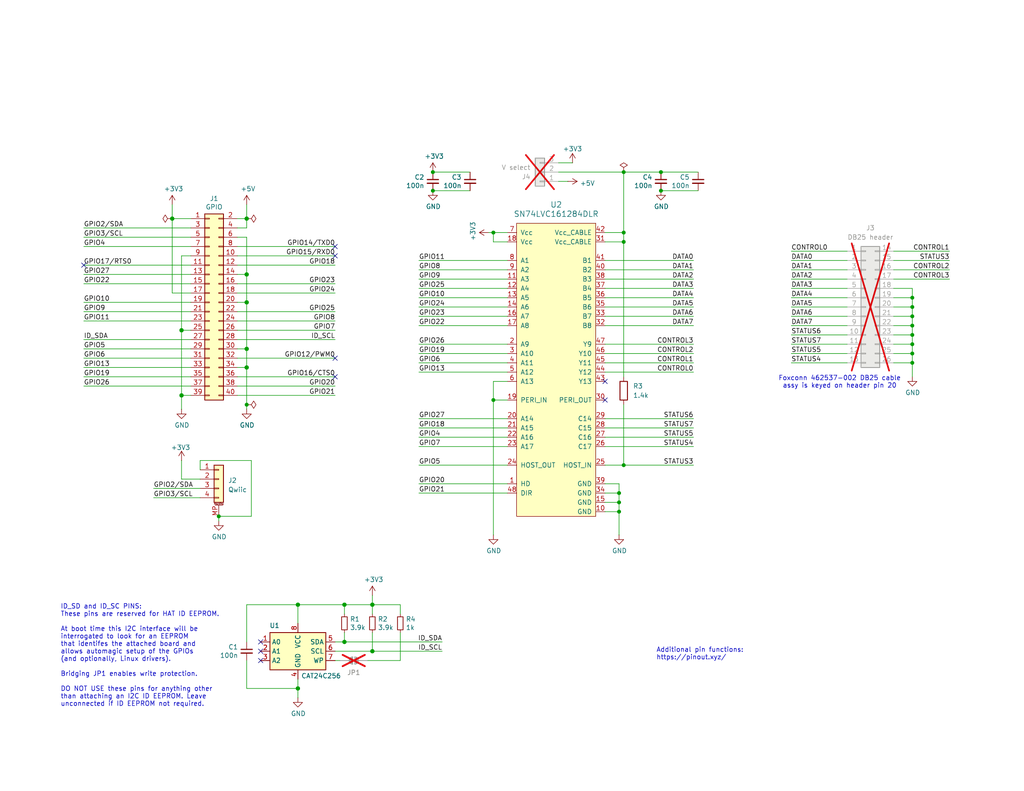
<source format=kicad_sch>
(kicad_sch (version 20231120) (generator "eeschema") (generator_version "8.0")
  (paper "USLetter")
  (title_block (title "IEEE Std 1284 HAT+") (date "2024-08-25") (rev "v5") (company "WorlickWerx") (comment 1 "CERN-OHL-1.2"))
  (lib_symbols
    (symbol "Connector_Generic:Conn_01x03" (pin_names (offset 1.016) hide)
      (property "Reference" "J" (at 0 5.08 0))
      (property "Value" "Conn_01x03" (at 0 -5.08 0))
      (symbol "Conn_01x03_1_1"
        (rectangle (start -1.27 -2.413) (end 0 -2.667) (stroke (width 0.1524)))
        (rectangle (start -1.27 0.127) (end 0 -0.127) (stroke (width 0.1524)))
        (rectangle (start -1.27 2.667) (end 0 2.413) (stroke (width 0.1524)))
        (rectangle (start -1.27 3.81) (end 1.27 -3.81) (stroke (width 0.254)) (fill (type background)))
        (pin passive line (at -5.08 2.54 0) (length 3.81) (name "Pin_1") (number "1"))
        (pin passive line (at -5.08 0 0) (length 3.81) (name "Pin_2") (number "2"))
        (pin passive line (at -5.08 -2.54 0) (length 3.81) (name "Pin_3") (number "3"))
      )
    )
    (symbol "Connector_Generic:Conn_02x13_Top_Bottom" (pin_names (offset 1.016) hide)
      (property "Reference" "J" (at 1.27 17.78 0))
      (property "Value" "Conn_02x13_Top_Bottom" (at 1.27 -17.78 0))
      (symbol "Conn_02x13_Top_Bottom_1_1"
        (rectangle (start -1.27 -15.113) (end 0 -15.367) (stroke (width 0.1524)))
        (rectangle (start -1.27 -12.573) (end 0 -12.827) (stroke (width 0.1524)))
        (rectangle (start -1.27 -10.033) (end 0 -10.287) (stroke (width 0.1524)))
        (rectangle (start -1.27 -7.493) (end 0 -7.747) (stroke (width 0.1524)))
        (rectangle (start -1.27 -4.953) (end 0 -5.207) (stroke (width 0.1524)))
        (rectangle (start -1.27 -2.413) (end 0 -2.667) (stroke (width 0.1524)))
        (rectangle (start -1.27 0.127) (end 0 -0.127) (stroke (width 0.1524)))
        (rectangle (start -1.27 2.667) (end 0 2.413) (stroke (width 0.1524)))
        (rectangle (start -1.27 5.207) (end 0 4.953) (stroke (width 0.1524)))
        (rectangle (start -1.27 7.747) (end 0 7.493) (stroke (width 0.1524)))
        (rectangle (start -1.27 10.287) (end 0 10.033) (stroke (width 0.1524)))
        (rectangle (start -1.27 12.827) (end 0 12.573) (stroke (width 0.1524)))
        (rectangle (start -1.27 15.367) (end 0 15.113) (stroke (width 0.1524)))
        (rectangle (start -1.27 16.51) (end 3.81 -16.51) (stroke (width 0.254)) (fill (type background)))
        (rectangle (start 3.81 -15.113) (end 2.54 -15.367) (stroke (width 0.1524)))
        (rectangle (start 3.81 -12.573) (end 2.54 -12.827) (stroke (width 0.1524)))
        (rectangle (start 3.81 -10.033) (end 2.54 -10.287) (stroke (width 0.1524)))
        (rectangle (start 3.81 -7.493) (end 2.54 -7.747) (stroke (width 0.1524)))
        (rectangle (start 3.81 -4.953) (end 2.54 -5.207) (stroke (width 0.1524)))
        (rectangle (start 3.81 -2.413) (end 2.54 -2.667) (stroke (width 0.1524)))
        (rectangle (start 3.81 0.127) (end 2.54 -0.127) (stroke (width 0.1524)))
        (rectangle (start 3.81 2.667) (end 2.54 2.413) (stroke (width 0.1524)))
        (rectangle (start 3.81 5.207) (end 2.54 4.953) (stroke (width 0.1524)))
        (rectangle (start 3.81 7.747) (end 2.54 7.493) (stroke (width 0.1524)))
        (rectangle (start 3.81 10.287) (end 2.54 10.033) (stroke (width 0.1524)))
        (rectangle (start 3.81 12.827) (end 2.54 12.573) (stroke (width 0.1524)))
        (rectangle (start 3.81 15.367) (end 2.54 15.113) (stroke (width 0.1524)))
        (pin passive line (at -5.08 15.24 0) (length 3.81) (name "Pin_1") (number "1"))
        (pin passive line (at -5.08 -7.62 0) (length 3.81) (name "Pin_10") (number "10"))
        (pin passive line (at -5.08 -10.16 0) (length 3.81) (name "Pin_11") (number "11"))
        (pin passive line (at -5.08 -12.7 0) (length 3.81) (name "Pin_12") (number "12"))
        (pin passive line (at -5.08 -15.24 0) (length 3.81) (name "Pin_13") (number "13"))
        (pin passive line (at 7.62 15.24 180) (length 3.81) (name "Pin_14") (number "14"))
        (pin passive line (at 7.62 12.7 180) (length 3.81) (name "Pin_15") (number "15"))
        (pin passive line (at 7.62 10.16 180) (length 3.81) (name "Pin_16") (number "16"))
        (pin passive line (at 7.62 7.62 180) (length 3.81) (name "Pin_17") (number "17"))
        (pin passive line (at 7.62 5.08 180) (length 3.81) (name "Pin_18") (number "18"))
        (pin passive line (at 7.62 2.54 180) (length 3.81) (name "Pin_19") (number "19"))
        (pin passive line (at -5.08 12.7 0) (length 3.81) (name "Pin_2") (number "2"))
        (pin passive line (at 7.62 0 180) (length 3.81) (name "Pin_20") (number "20"))
        (pin passive line (at 7.62 -2.54 180) (length 3.81) (name "Pin_21") (number "21"))
        (pin passive line (at 7.62 -5.08 180) (length 3.81) (name "Pin_22") (number "22"))
        (pin passive line (at 7.62 -7.62 180) (length 3.81) (name "Pin_23") (number "23"))
        (pin passive line (at 7.62 -10.16 180) (length 3.81) (name "Pin_24") (number "24"))
        (pin passive line (at 7.62 -12.7 180) (length 3.81) (name "Pin_25") (number "25"))
        (pin passive line (at 7.62 -15.24 180) (length 3.81) (name "Pin_26") (number "26"))
        (pin passive line (at -5.08 10.16 0) (length 3.81) (name "Pin_3") (number "3"))
        (pin passive line (at -5.08 7.62 0) (length 3.81) (name "Pin_4") (number "4"))
        (pin passive line (at -5.08 5.08 0) (length 3.81) (name "Pin_5") (number "5"))
        (pin passive line (at -5.08 2.54 0) (length 3.81) (name "Pin_6") (number "6"))
        (pin passive line (at -5.08 0 0) (length 3.81) (name "Pin_7") (number "7"))
        (pin passive line (at -5.08 -2.54 0) (length 3.81) (name "Pin_8") (number "8"))
        (pin passive line (at -5.08 -5.08 0) (length 3.81) (name "Pin_9") (number "9"))
      )
    )
    (symbol "Connector_Generic:Conn_02x20_Odd_Even" (pin_names (offset 1.016) hide)
      (property "Reference" "J" (at 1.27 25.4 0))
      (property "Value" "Conn_02x20_Odd_Even" (at 1.27 -27.94 0))
      (symbol "Conn_02x20_Odd_Even_1_1"
        (rectangle (start -1.27 -25.273) (end 0 -25.527) (stroke (width 0.1524)))
        (rectangle (start -1.27 -22.733) (end 0 -22.987) (stroke (width 0.1524)))
        (rectangle (start -1.27 -20.193) (end 0 -20.447) (stroke (width 0.1524)))
        (rectangle (start -1.27 -17.653) (end 0 -17.907) (stroke (width 0.1524)))
        (rectangle (start -1.27 -15.113) (end 0 -15.367) (stroke (width 0.1524)))
        (rectangle (start -1.27 -12.573) (end 0 -12.827) (stroke (width 0.1524)))
        (rectangle (start -1.27 -10.033) (end 0 -10.287) (stroke (width 0.1524)))
        (rectangle (start -1.27 -7.493) (end 0 -7.747) (stroke (width 0.1524)))
        (rectangle (start -1.27 -4.953) (end 0 -5.207) (stroke (width 0.1524)))
        (rectangle (start -1.27 -2.413) (end 0 -2.667) (stroke (width 0.1524)))
        (rectangle (start -1.27 0.127) (end 0 -0.127) (stroke (width 0.1524)))
        (rectangle (start -1.27 2.667) (end 0 2.413) (stroke (width 0.1524)))
        (rectangle (start -1.27 5.207) (end 0 4.953) (stroke (width 0.1524)))
        (rectangle (start -1.27 7.747) (end 0 7.493) (stroke (width 0.1524)))
        (rectangle (start -1.27 10.287) (end 0 10.033) (stroke (width 0.1524)))
        (rectangle (start -1.27 12.827) (end 0 12.573) (stroke (width 0.1524)))
        (rectangle (start -1.27 15.367) (end 0 15.113) (stroke (width 0.1524)))
        (rectangle (start -1.27 17.907) (end 0 17.653) (stroke (width 0.1524)))
        (rectangle (start -1.27 20.447) (end 0 20.193) (stroke (width 0.1524)))
        (rectangle (start -1.27 22.987) (end 0 22.733) (stroke (width 0.1524)))
        (rectangle (start -1.27 24.13) (end 3.81 -26.67) (stroke (width 0.254)) (fill (type background)))
        (rectangle (start 3.81 -25.273) (end 2.54 -25.527) (stroke (width 0.1524)))
        (rectangle (start 3.81 -22.733) (end 2.54 -22.987) (stroke (width 0.1524)))
        (rectangle (start 3.81 -20.193) (end 2.54 -20.447) (stroke (width 0.1524)))
        (rectangle (start 3.81 -17.653) (end 2.54 -17.907) (stroke (width 0.1524)))
        (rectangle (start 3.81 -15.113) (end 2.54 -15.367) (stroke (width 0.1524)))
        (rectangle (start 3.81 -12.573) (end 2.54 -12.827) (stroke (width 0.1524)))
        (rectangle (start 3.81 -10.033) (end 2.54 -10.287) (stroke (width 0.1524)))
        (rectangle (start 3.81 -7.493) (end 2.54 -7.747) (stroke (width 0.1524)))
        (rectangle (start 3.81 -4.953) (end 2.54 -5.207) (stroke (width 0.1524)))
        (rectangle (start 3.81 -2.413) (end 2.54 -2.667) (stroke (width 0.1524)))
        (rectangle (start 3.81 0.127) (end 2.54 -0.127) (stroke (width 0.1524)))
        (rectangle (start 3.81 2.667) (end 2.54 2.413) (stroke (width 0.1524)))
        (rectangle (start 3.81 5.207) (end 2.54 4.953) (stroke (width 0.1524)))
        (rectangle (start 3.81 7.747) (end 2.54 7.493) (stroke (width 0.1524)))
        (rectangle (start 3.81 10.287) (end 2.54 10.033) (stroke (width 0.1524)))
        (rectangle (start 3.81 12.827) (end 2.54 12.573) (stroke (width 0.1524)))
        (rectangle (start 3.81 15.367) (end 2.54 15.113) (stroke (width 0.1524)))
        (rectangle (start 3.81 17.907) (end 2.54 17.653) (stroke (width 0.1524)))
        (rectangle (start 3.81 20.447) (end 2.54 20.193) (stroke (width 0.1524)))
        (rectangle (start 3.81 22.987) (end 2.54 22.733) (stroke (width 0.1524)))
        (pin passive line (at -5.08 22.86 0) (length 3.81) (name "Pin_1") (number "1"))
        (pin passive line (at 7.62 12.7 180) (length 3.81) (name "Pin_10") (number "10"))
        (pin passive line (at -5.08 10.16 0) (length 3.81) (name "Pin_11") (number "11"))
        (pin passive line (at 7.62 10.16 180) (length 3.81) (name "Pin_12") (number "12"))
        (pin passive line (at -5.08 7.62 0) (length 3.81) (name "Pin_13") (number "13"))
        (pin passive line (at 7.62 7.62 180) (length 3.81) (name "Pin_14") (number "14"))
        (pin passive line (at -5.08 5.08 0) (length 3.81) (name "Pin_15") (number "15"))
        (pin passive line (at 7.62 5.08 180) (length 3.81) (name "Pin_16") (number "16"))
        (pin passive line (at -5.08 2.54 0) (length 3.81) (name "Pin_17") (number "17"))
        (pin passive line (at 7.62 2.54 180) (length 3.81) (name "Pin_18") (number "18"))
        (pin passive line (at -5.08 0 0) (length 3.81) (name "Pin_19") (number "19"))
        (pin passive line (at 7.62 22.86 180) (length 3.81) (name "Pin_2") (number "2"))
        (pin passive line (at 7.62 0 180) (length 3.81) (name "Pin_20") (number "20"))
        (pin passive line (at -5.08 -2.54 0) (length 3.81) (name "Pin_21") (number "21"))
        (pin passive line (at 7.62 -2.54 180) (length 3.81) (name "Pin_22") (number "22"))
        (pin passive line (at -5.08 -5.08 0) (length 3.81) (name "Pin_23") (number "23"))
        (pin passive line (at 7.62 -5.08 180) (length 3.81) (name "Pin_24") (number "24"))
        (pin passive line (at -5.08 -7.62 0) (length 3.81) (name "Pin_25") (number "25"))
        (pin passive line (at 7.62 -7.62 180) (length 3.81) (name "Pin_26") (number "26"))
        (pin passive line (at -5.08 -10.16 0) (length 3.81) (name "Pin_27") (number "27"))
        (pin passive line (at 7.62 -10.16 180) (length 3.81) (name "Pin_28") (number "28"))
        (pin passive line (at -5.08 -12.7 0) (length 3.81) (name "Pin_29") (number "29"))
        (pin passive line (at -5.08 20.32 0) (length 3.81) (name "Pin_3") (number "3"))
        (pin passive line (at 7.62 -12.7 180) (length 3.81) (name "Pin_30") (number "30"))
        (pin passive line (at -5.08 -15.24 0) (length 3.81) (name "Pin_31") (number "31"))
        (pin passive line (at 7.62 -15.24 180) (length 3.81) (name "Pin_32") (number "32"))
        (pin passive line (at -5.08 -17.78 0) (length 3.81) (name "Pin_33") (number "33"))
        (pin passive line (at 7.62 -17.78 180) (length 3.81) (name "Pin_34") (number "34"))
        (pin passive line (at -5.08 -20.32 0) (length 3.81) (name "Pin_35") (number "35"))
        (pin passive line (at 7.62 -20.32 180) (length 3.81) (name "Pin_36") (number "36"))
        (pin passive line (at -5.08 -22.86 0) (length 3.81) (name "Pin_37") (number "37"))
        (pin passive line (at 7.62 -22.86 180) (length 3.81) (name "Pin_38") (number "38"))
        (pin passive line (at -5.08 -25.4 0) (length 3.81) (name "Pin_39") (number "39"))
        (pin passive line (at 7.62 20.32 180) (length 3.81) (name "Pin_4") (number "4"))
        (pin passive line (at 7.62 -25.4 180) (length 3.81) (name "Pin_40") (number "40"))
        (pin passive line (at -5.08 17.78 0) (length 3.81) (name "Pin_5") (number "5"))
        (pin passive line (at 7.62 17.78 180) (length 3.81) (name "Pin_6") (number "6"))
        (pin passive line (at -5.08 15.24 0) (length 3.81) (name "Pin_7") (number "7"))
        (pin passive line (at 7.62 15.24 180) (length 3.81) (name "Pin_8") (number "8"))
        (pin passive line (at -5.08 12.7 0) (length 3.81) (name "Pin_9") (number "9"))
      )
    )
    (symbol "Connector_Generic_MountingPin:Conn_01x04_MountingPin" (pin_names (offset 1.016) hide)
      (property "Reference" "J" (at 0 5.08 0))
      (property "Value" "Conn_01x04_MountingPin" (at 1.27 -7.62 0))
      (symbol "Conn_01x04_MountingPin_1_1"
        (rectangle (start -1.27 -4.953) (end 0 -5.207) (stroke (width 0.1524)))
        (rectangle (start -1.27 -2.413) (end 0 -2.667) (stroke (width 0.1524)))
        (rectangle (start -1.27 0.127) (end 0 -0.127) (stroke (width 0.1524)))
        (rectangle (start -1.27 2.667) (end 0 2.413) (stroke (width 0.1524)))
        (rectangle (start -1.27 3.81) (end 1.27 -6.35) (stroke (width 0.254)) (fill (type background)))
        (polyline (pts (xy -1.016 -7.112) (xy 1.016 -7.112)) (stroke (width 0.1524)))
        (text "Mounting" (at 0 -6.731 0) (effects (font (size 0.381 0.381))))
        (pin passive line (at -5.08 2.54 0) (length 3.81) (name "Pin_1") (number "1"))
        (pin passive line (at -5.08 0 0) (length 3.81) (name "Pin_2") (number "2"))
        (pin passive line (at -5.08 -2.54 0) (length 3.81) (name "Pin_3") (number "3"))
        (pin passive line (at -5.08 -5.08 0) (length 3.81) (name "Pin_4") (number "4"))
        (pin passive line (at 0 -10.16 90) (length 3.048) (name "MountPin") (number "MP"))
      )
    )
    (symbol "Device:C_Small" (pin_numbers hide) (pin_names (offset 0.254) hide)
      (property "Reference" "C" (at 0.254 1.778 0))
      (property "Value" "C_Small" (at 0.254 -2.032 0))
      (symbol "C_Small_0_1"
        (polyline (pts (xy -1.524 -0.508) (xy 1.524 -0.508)) (stroke (width 0.3302)))
        (polyline (pts (xy -1.524 0.508) (xy 1.524 0.508)) (stroke (width 0.3048)))
      )
      (symbol "C_Small_1_1"
        (pin passive line (at 0 2.54 270) (length 2.032) (name "~") (number "1"))
        (pin passive line (at 0 -2.54 90) (length 2.032) (name "~") (number "2"))
      )
    )
    (symbol "Device:R" (pin_numbers hide) (pin_names (offset 0))
      (property "Reference" "R" (at 2.032 0 90))
      (property "Value" "R" (at 0 0 90))
      (symbol "R_0_1"
        (rectangle (start -1.016 -2.54) (end 1.016 2.54) (stroke (width 0.254)))
      )
      (symbol "R_1_1"
        (pin passive line (at 0 3.81 270) (length 1.27) (name "~") (number "1"))
        (pin passive line (at 0 -3.81 90) (length 1.27) (name "~") (number "2"))
      )
    )
    (symbol "Device:R_Small" (pin_numbers hide) (pin_names (offset 0.254) hide)
      (property "Reference" "R" (at 0.762 0.508 0))
      (property "Value" "R_Small" (at 0.762 -1.016 0))
      (symbol "R_Small_0_1"
        (rectangle (start -0.762 1.778) (end 0.762 -1.778) (stroke (width 0.2032)))
      )
      (symbol "R_Small_1_1"
        (pin passive line (at 0 2.54 270) (length 0.762) (name "~") (number "1"))
        (pin passive line (at 0 -2.54 90) (length 0.762) (name "~") (number "2"))
      )
    )
    (symbol "Jumper:SolderJumper_2_Open" (pin_numbers hide) (pin_names (offset 0) hide) (exclude_from_sim yes) (in_bom no)
      (property "Reference" "JP" (at 0 2.032 0))
      (property "Value" "SolderJumper_2_Open" (at 0 -2.54 0))
      (symbol "SolderJumper_2_Open_0_1"
        (arc (start -0.254 1.016) (mid -1.2656 0) (end -0.254 -1.016))
        (arc (start -0.254 1.016) (mid -1.2656 0) (end -0.254 -1.016) (fill (type outline)))
        (polyline (pts (xy -0.254 1.016) (xy -0.254 -1.016)))
        (polyline (pts (xy 0.254 1.016) (xy 0.254 -1.016)))
        (arc (start 0.254 -1.016) (mid 1.2656 0) (end 0.254 1.016))
        (arc (start 0.254 -1.016) (mid 1.2656 0) (end 0.254 1.016) (fill (type outline)))
      )
      (symbol "SolderJumper_2_Open_1_1"
        (pin passive line (at -3.81 0 0) (length 2.54) (name "A") (number "1"))
        (pin passive line (at 3.81 0 180) (length 2.54) (name "B") (number "2"))
      )
    )
    (symbol "Memory_EEPROM:CAT24C256"
      (property "Reference" "U" (at -6.35 6.35 0))
      (property "Value" "CAT24C256" (at 1.27 6.35 0))
      (symbol "CAT24C256_1_1"
        (rectangle (start -7.62 5.08) (end 7.62 -5.08) (stroke (width 0.254)) (fill (type background)))
        (pin input line (at -10.16 2.54 0) (length 2.54) (name "A0") (number "1"))
        (pin input line (at -10.16 0 0) (length 2.54) (name "A1") (number "2"))
        (pin input line (at -10.16 -2.54 0) (length 2.54) (name "A2") (number "3"))
        (pin power_in line (at 0 -7.62 90) (length 2.54) (name "GND") (number "4"))
        (pin bidirectional line (at 10.16 2.54 180) (length 2.54) (name "SDA") (number "5"))
        (pin input line (at 10.16 0 180) (length 2.54) (name "SCL") (number "6"))
        (pin input line (at 10.16 -2.54 180) (length 2.54) (name "WP") (number "7"))
        (pin power_in line (at 0 7.62 270) (length 2.54) (name "VCC") (number "8"))
      )
    )
    (symbol "SN74LVC16128:SN74LVC161284DLR" (pin_names (offset 1.016))
      (property "Reference" "U" (at -48.26 31.75 0))
      (property "Value" "SN74LVC161284DLR" (at -45.72 29.21 0))
      (property "Datasheet" "http://www.ti.com/lit/ds/symlink/sn74lvc161284.pdf" (at -27.94 11.43 0))
      (symbol "SN74LVC161284DLR_0_1"
        (rectangle (start -57.15 26.67) (end -35.56 -53.34) (fill (type background)))
      )
      (symbol "SN74LVC161284DLR_1_1"
        (pin input line (at -59.69 -44.45 0) (length 2.54) (name "HD") (number "1"))
        (pin power_in line (at -33.02 -52.07 180) (length 2.54) (name "GND") (number "10"))
        (pin bidirectional line (at -59.69 11.43 0) (length 2.54) (name "A3") (number "11"))
        (pin bidirectional line (at -59.69 8.89 0) (length 2.54) (name "A4") (number "12"))
        (pin bidirectional line (at -59.69 6.35 0) (length 2.54) (name "A5") (number "13"))
        (pin bidirectional line (at -59.69 3.81 0) (length 2.54) (name "A6") (number "14"))
        (pin power_in line (at -33.02 -49.53 180) (length 2.54) (name "GND") (number "15"))
        (pin bidirectional line (at -59.69 1.27 0) (length 2.54) (name "A7") (number "16"))
        (pin bidirectional line (at -59.69 -1.27 0) (length 2.54) (name "A8") (number "17"))
        (pin power_in line (at -59.69 21.59 0) (length 2.54) (name "Vcc") (number "18"))
        (pin input line (at -59.69 -21.59 0) (length 2.54) (name "PERI_IN") (number "19"))
        (pin input line (at -59.69 -6.35 0) (length 2.54) (name "A9") (number "2"))
        (pin output line (at -59.69 -26.67 0) (length 2.54) (name "A14") (number "20"))
        (pin output line (at -59.69 -29.21 0) (length 2.54) (name "A15") (number "21"))
        (pin output line (at -59.69 -31.75 0) (length 2.54) (name "A16") (number "22"))
        (pin output line (at -59.69 -34.29 0) (length 2.54) (name "A17") (number "23"))
        (pin output line (at -59.69 -39.37 0) (length 2.54) (name "HOST_OUT") (number "24"))
        (pin input line (at -33.02 -39.37 180) (length 2.54) (name "HOST_IN") (number "25"))
        (pin input line (at -33.02 -34.29 180) (length 2.54) (name "C17") (number "26"))
        (pin input line (at -33.02 -31.75 180) (length 2.54) (name "C16") (number "27"))
        (pin input line (at -33.02 -29.21 180) (length 2.54) (name "C15") (number "28"))
        (pin input line (at -33.02 -26.67 180) (length 2.54) (name "C14") (number "29"))
        (pin input line (at -59.69 -8.89 0) (length 2.54) (name "A10") (number "3"))
        (pin output line (at -33.02 -21.59 180) (length 2.54) (name "PERI_OUT") (number "30"))
        (pin power_in line (at -33.02 21.59 180) (length 2.54) (name "Vcc_CABLE") (number "31"))
        (pin bidirectional line (at -33.02 -1.27 180) (length 2.54) (name "B8") (number "32"))
        (pin bidirectional line (at -33.02 1.27 180) (length 2.54) (name "B7") (number "33"))
        (pin power_in line (at -33.02 -46.99 180) (length 2.54) (name "GND") (number "34"))
        (pin bidirectional line (at -33.02 3.81 180) (length 2.54) (name "B6") (number "35"))
        (pin bidirectional line (at -33.02 6.35 180) (length 2.54) (name "B5") (number "36"))
        (pin bidirectional line (at -33.02 8.89 180) (length 2.54) (name "B4") (number "37"))
        (pin bidirectional line (at -33.02 11.43 180) (length 2.54) (name "B3") (number "38"))
        (pin power_in line (at -33.02 -44.45 180) (length 2.54) (name "GND") (number "39"))
        (pin input line (at -59.69 -11.43 0) (length 2.54) (name "A11") (number "4"))
        (pin bidirectional line (at -33.02 13.97 180) (length 2.54) (name "B2") (number "40"))
        (pin bidirectional line (at -33.02 16.51 180) (length 2.54) (name "B1") (number "41"))
        (pin power_in line (at -33.02 24.13 180) (length 2.54) (name "Vcc_CABLE") (number "42"))
        (pin output line (at -33.02 -16.51 180) (length 2.54) (name "Y13") (number "43"))
        (pin output line (at -33.02 -13.97 180) (length 2.54) (name "Y12") (number "44"))
        (pin output line (at -33.02 -11.43 180) (length 2.54) (name "Y11") (number "45"))
        (pin output line (at -33.02 -8.89 180) (length 2.54) (name "Y10") (number "46"))
        (pin output line (at -33.02 -6.35 180) (length 2.54) (name "Y9") (number "47"))
        (pin input line (at -59.69 -46.99 0) (length 2.54) (name "DIR") (number "48"))
        (pin input line (at -59.69 -13.97 0) (length 2.54) (name "A12") (number "5"))
        (pin input line (at -59.69 -16.51 0) (length 2.54) (name "A13") (number "6"))
        (pin power_in line (at -59.69 24.13 0) (length 2.54) (name "Vcc") (number "7"))
        (pin bidirectional line (at -59.69 16.51 0) (length 2.54) (name "A1") (number "8"))
        (pin bidirectional line (at -59.69 13.97 0) (length 2.54) (name "A2") (number "9"))
      )
    )
    (symbol "power:+3.3V" (power) (pin_numbers hide) (pin_names (offset 0) hide)
      (property "Value" "+3.3V" (at 0 3.556 0))
      (symbol "+3.3V_0_1"
        (polyline (pts (xy -0.762 1.27) (xy 0 2.54)))
        (polyline (pts (xy 0 0) (xy 0 2.54)))
        (polyline (pts (xy 0 2.54) (xy 0.762 1.27)))
      )
      (symbol "+3.3V_1_1"
        (pin power_in line (at 0 0 90) (length 0) (name "~") (number "1"))
      )
    )
    (symbol "power:+5V" (power) (pin_numbers hide) (pin_names (offset 0) hide)
      (property "Value" "+5V" (at 0 3.556 0))
      (symbol "+5V_0_1"
        (polyline (pts (xy -0.762 1.27) (xy 0 2.54)))
        (polyline (pts (xy 0 0) (xy 0 2.54)))
        (polyline (pts (xy 0 2.54) (xy 0.762 1.27)))
      )
      (symbol "+5V_1_1"
        (pin power_in line (at 0 0 90) (length 0) (name "~") (number "1"))
      )
    )
    (symbol "power:GND" (power) (pin_numbers hide) (pin_names (offset 0) hide)
      (property "Value" "GND" (at 0 -3.81 0))
      (symbol "GND_0_1"
        (polyline (pts (xy 0 0) (xy 0 -1.27) (xy 1.27 -1.27) (xy 0 -2.54) (xy -1.27 -1.27) (xy 0 -1.27)))
      )
      (symbol "GND_1_1"
        (pin power_in line (at 0 0 270) (length 0) (name "~") (number "1"))
      )
    )
    (symbol "power:PWR_FLAG" (power) (pin_numbers hide) (pin_names (offset 0) hide)
      (property "Value" "PWR_FLAG" (at 0 3.81 0))
      (symbol "PWR_FLAG_0_0"
        (pin power_out line (at 0 0 90) (length 0) (name "~") (number "1"))
      )
      (symbol "PWR_FLAG_0_1"
        (polyline (pts (xy 0 0) (xy 0 1.27) (xy -1.016 1.905) (xy 0 2.54) (xy 1.016 1.905) (xy 0 1.27)))
      )
    )
  )
  (junction (at 170.18 63.5))
  (junction (at 93.98 175.26) (diameter 1.016))
  (junction (at 67.31 59.69) (diameter 1.016))
  (junction (at 81.28 187.96) (diameter 1.016))
  (junction (at 170.18 127))
  (junction (at 248.92 81.28))
  (junction (at 67.31 74.93) (diameter 1.016))
  (junction (at 81.28 165.1) (diameter 1.016))
  (junction (at 180.34 46.99))
  (junction (at 118.11 52.07))
  (junction (at 248.92 96.52))
  (junction (at 248.92 83.82))
  (junction (at 248.92 86.36))
  (junction (at 101.6 165.1) (diameter 1.016))
  (junction (at 170.18 46.99))
  (junction (at 168.91 139.7))
  (junction (at 248.92 91.44))
  (junction (at 168.91 134.62))
  (junction (at 180.34 52.07))
  (junction (at 59.69 140.97))
  (junction (at 49.53 107.95) (diameter 1.016))
  (junction (at 170.18 66.04))
  (junction (at 49.53 90.17) (diameter 1.016))
  (junction (at 67.31 100.33) (diameter 1.016))
  (junction (at 67.31 110.49))
  (junction (at 134.62 109.22))
  (junction (at 134.62 63.5))
  (junction (at 67.31 95.25) (diameter 1.016))
  (junction (at 168.91 137.16))
  (junction (at 248.92 88.9))
  (junction (at 67.31 82.55) (diameter 1.016))
  (junction (at 248.92 99.06))
  (junction (at 101.6 177.8) (diameter 1.016))
  (junction (at 118.11 46.99))
  (junction (at 248.92 93.98))
  (junction (at 46.99 59.69) (diameter 1.016))
  (junction (at 93.98 165.1) (diameter 1.016))
  (no_connect (at 71.12 175.26))
  (no_connect (at 71.12 177.8))
  (no_connect (at 71.12 180.34))
  (no_connect (at 91.44 102.87))
  (no_connect (at 91.44 97.79))
  (no_connect (at 165.1 104.14))
  (no_connect (at 91.44 67.31))
  (no_connect (at 165.1 109.22))
  (no_connect (at 91.44 69.85))
  (no_connect (at 22.86 72.39))
  (wire (pts (xy 49.53 90.17) (xy 49.53 107.95)))
  (wire (pts (xy 64.77 90.17) (xy 91.44 90.17)))
  (wire (pts (xy 180.34 46.99) (xy 190.5 46.99)))
  (wire (pts (xy 52.07 72.39) (xy 22.86 72.39)))
  (wire (pts (xy 81.28 165.1) (xy 93.98 165.1)))
  (wire (pts (xy 101.6 165.1) (xy 93.98 165.1)))
  (wire (pts (xy 101.6 167.64) (xy 101.6 165.1)))
  (wire (pts (xy 243.84 96.52) (xy 248.92 96.52)))
  (wire (pts (xy 215.9 83.82) (xy 231.14 83.82)))
  (wire (pts (xy 67.31 64.77) (xy 67.31 74.93)))
  (wire (pts (xy 67.31 82.55) (xy 64.77 82.55)))
  (wire (pts (xy 168.91 137.16) (xy 168.91 139.7)))
  (wire (pts (xy 165.1 86.36) (xy 189.23 86.36)))
  (wire (pts (xy 67.31 95.25) (xy 67.31 100.33)))
  (wire (pts (xy 243.84 68.58) (xy 259.08 68.58)))
  (wire (pts (xy 243.84 99.06) (xy 248.92 99.06)))
  (wire (pts (xy 114.3 83.82) (xy 138.43 83.82)))
  (wire (pts (xy 165.1 139.7) (xy 168.91 139.7)))
  (wire (pts (xy 180.34 52.07) (xy 190.5 52.07)))
  (wire (pts (xy 114.3 96.52) (xy 138.43 96.52)))
  (wire (pts (xy 215.9 81.28) (xy 231.14 81.28)))
  (wire (pts (xy 243.84 76.2) (xy 259.08 76.2)))
  (wire (pts (xy 170.18 66.04) (xy 165.1 66.04)))
  (wire (pts (xy 170.18 63.5) (xy 170.18 66.04)))
  (wire (pts (xy 248.92 83.82) (xy 248.92 86.36)))
  (wire (pts (xy 165.1 127) (xy 170.18 127)))
  (wire (pts (xy 67.31 82.55) (xy 67.31 95.25)))
  (wire (pts (xy 64.77 67.31) (xy 91.44 67.31)))
  (wire (pts (xy 49.53 69.85) (xy 49.53 90.17)))
  (wire (pts (xy 243.84 83.82) (xy 248.92 83.82)))
  (wire (pts (xy 165.1 101.6) (xy 189.23 101.6)))
  (wire (pts (xy 138.43 66.04) (xy 134.62 66.04)))
  (wire (pts (xy 91.44 175.26) (xy 93.98 175.26)))
  (wire (pts (xy 93.98 175.26) (xy 120.65 175.26)))
  (wire (pts (xy 165.1 96.52) (xy 189.23 96.52)))
  (wire (pts (xy 67.31 110.49) (xy 67.31 111.76)))
  (wire (pts (xy 49.53 69.85) (xy 52.07 69.85)))
  (wire (pts (xy 91.44 180.34) (xy 92.71 180.34)))
  (wire (pts (xy 100.33 180.34) (xy 109.22 180.34)))
  (wire (pts (xy 64.77 87.63) (xy 91.44 87.63)))
  (wire (pts (xy 68.58 140.97) (xy 68.58 125.73)))
  (wire (pts (xy 243.84 71.12) (xy 259.08 71.12)))
  (wire (pts (xy 248.92 96.52) (xy 248.92 99.06)))
  (wire (pts (xy 52.07 92.71) (xy 22.86 92.71)))
  (wire (pts (xy 114.3 101.6) (xy 138.43 101.6)))
  (wire (pts (xy 22.86 95.25) (xy 52.07 95.25)))
  (wire (pts (xy 248.92 93.98) (xy 248.92 96.52)))
  (wire (pts (xy 49.53 130.81) (xy 54.61 130.81)))
  (wire (pts (xy 170.18 110.49) (xy 170.18 127)))
  (wire (pts (xy 49.53 90.17) (xy 52.07 90.17)))
  (wire (pts (xy 101.6 162.56) (xy 101.6 165.1)))
  (wire (pts (xy 215.9 71.12) (xy 231.14 71.12)))
  (wire (pts (xy 49.53 125.73) (xy 49.53 130.81)))
  (wire (pts (xy 64.77 77.47) (xy 91.44 77.47)))
  (wire (pts (xy 81.28 165.1) (xy 81.28 170.18)))
  (wire (pts (xy 114.3 99.06) (xy 138.43 99.06)))
  (wire (pts (xy 165.1 73.66) (xy 189.23 73.66)))
  (wire (pts (xy 248.92 99.06) (xy 248.92 102.87)))
  (wire (pts (xy 64.77 107.95) (xy 91.44 107.95)))
  (wire (pts (xy 49.53 107.95) (xy 49.53 111.76)))
  (wire (pts (xy 22.86 74.93) (xy 52.07 74.93)))
  (wire (pts (xy 101.6 172.72) (xy 101.6 177.8)))
  (wire (pts (xy 114.3 73.66) (xy 138.43 73.66)))
  (wire (pts (xy 46.99 55.88) (xy 46.99 59.69)))
  (wire (pts (xy 114.3 71.12) (xy 138.43 71.12)))
  (wire (pts (xy 243.84 78.74) (xy 248.92 78.74)))
  (wire (pts (xy 170.18 46.99) (xy 170.18 63.5)))
  (wire (pts (xy 67.31 100.33) (xy 64.77 100.33)))
  (wire (pts (xy 243.84 88.9) (xy 248.92 88.9)))
  (wire (pts (xy 134.62 66.04) (xy 134.62 63.5)))
  (wire (pts (xy 170.18 127) (xy 189.23 127)))
  (wire (pts (xy 156.21 44.45) (xy 152.4 44.45)))
  (wire (pts (xy 22.86 64.77) (xy 52.07 64.77)))
  (wire (pts (xy 215.9 91.44) (xy 231.14 91.44)))
  (wire (pts (xy 114.3 114.3) (xy 138.43 114.3)))
  (wire (pts (xy 215.9 96.52) (xy 231.14 96.52)))
  (wire (pts (xy 152.4 46.99) (xy 170.18 46.99)))
  (wire (pts (xy 22.86 87.63) (xy 52.07 87.63)))
  (wire (pts (xy 54.61 125.73) (xy 54.61 128.27)))
  (wire (pts (xy 114.3 86.36) (xy 138.43 86.36)))
  (wire (pts (xy 46.99 80.01) (xy 52.07 80.01)))
  (wire (pts (xy 215.9 76.2) (xy 231.14 76.2)))
  (wire (pts (xy 168.91 132.08) (xy 165.1 132.08)))
  (wire (pts (xy 52.07 62.23) (xy 22.86 62.23)))
  (wire (pts (xy 109.22 165.1) (xy 109.22 167.64)))
  (wire (pts (xy 67.31 59.69) (xy 67.31 62.23)))
  (wire (pts (xy 67.31 74.93) (xy 67.31 82.55)))
  (wire (pts (xy 248.92 81.28) (xy 248.92 83.82)))
  (wire (pts (xy 134.62 63.5) (xy 138.43 63.5)))
  (wire (pts (xy 64.77 72.39) (xy 91.44 72.39)))
  (wire (pts (xy 114.3 116.84) (xy 138.43 116.84)))
  (wire (pts (xy 134.62 109.22) (xy 138.43 109.22)))
  (wire (pts (xy 67.31 74.93) (xy 64.77 74.93)))
  (wire (pts (xy 168.91 139.7) (xy 168.91 146.05)))
  (wire (pts (xy 168.91 132.08) (xy 168.91 134.62)))
  (wire (pts (xy 114.3 132.08) (xy 138.43 132.08)))
  (wire (pts (xy 67.31 55.88) (xy 67.31 59.69)))
  (wire (pts (xy 22.86 67.31) (xy 52.07 67.31)))
  (wire (pts (xy 93.98 165.1) (xy 93.98 167.64)))
  (wire (pts (xy 248.92 78.74) (xy 248.92 81.28)))
  (wire (pts (xy 67.31 59.69) (xy 64.77 59.69)))
  (wire (pts (xy 46.99 59.69) (xy 46.99 80.01)))
  (wire (pts (xy 59.69 140.97) (xy 68.58 140.97)))
  (wire (pts (xy 64.77 80.01) (xy 91.44 80.01)))
  (wire (pts (xy 64.77 69.85) (xy 91.44 69.85)))
  (wire (pts (xy 93.98 172.72) (xy 93.98 175.26)))
  (wire (pts (xy 114.3 127) (xy 138.43 127)))
  (wire (pts (xy 165.1 81.28) (xy 189.23 81.28)))
  (wire (pts (xy 91.44 177.8) (xy 101.6 177.8)))
  (wire (pts (xy 101.6 177.8) (xy 120.65 177.8)))
  (wire (pts (xy 114.3 76.2) (xy 138.43 76.2)))
  (wire (pts (xy 165.1 71.12) (xy 189.23 71.12)))
  (wire (pts (xy 215.9 78.74) (xy 231.14 78.74)))
  (wire (pts (xy 22.86 77.47) (xy 52.07 77.47)))
  (wire (pts (xy 165.1 83.82) (xy 189.23 83.82)))
  (wire (pts (xy 22.86 85.09) (xy 52.07 85.09)))
  (wire (pts (xy 165.1 114.3) (xy 189.23 114.3)))
  (wire (pts (xy 170.18 66.04) (xy 170.18 102.87)))
  (wire (pts (xy 243.84 93.98) (xy 248.92 93.98)))
  (wire (pts (xy 41.91 133.35) (xy 54.61 133.35)))
  (wire (pts (xy 165.1 63.5) (xy 170.18 63.5)))
  (wire (pts (xy 215.9 88.9) (xy 231.14 88.9)))
  (wire (pts (xy 154.94 49.53) (xy 152.4 49.53)))
  (wire (pts (xy 22.86 97.79) (xy 52.07 97.79)))
  (wire (pts (xy 67.31 62.23) (xy 64.77 62.23)))
  (wire (pts (xy 114.3 134.62) (xy 138.43 134.62)))
  (wire (pts (xy 243.84 73.66) (xy 259.08 73.66)))
  (wire (pts (xy 134.62 109.22) (xy 134.62 146.05)))
  (wire (pts (xy 59.69 140.97) (xy 59.69 142.24)))
  (wire (pts (xy 248.92 91.44) (xy 248.92 93.98)))
  (wire (pts (xy 114.3 81.28) (xy 138.43 81.28)))
  (wire (pts (xy 22.86 102.87) (xy 52.07 102.87)))
  (wire (pts (xy 170.18 46.99) (xy 180.34 46.99)))
  (wire (pts (xy 64.77 102.87) (xy 91.44 102.87)))
  (wire (pts (xy 114.3 119.38) (xy 138.43 119.38)))
  (wire (pts (xy 64.77 97.79) (xy 91.44 97.79)))
  (wire (pts (xy 49.53 107.95) (xy 52.07 107.95)))
  (wire (pts (xy 64.77 105.41) (xy 91.44 105.41)))
  (wire (pts (xy 165.1 134.62) (xy 168.91 134.62)))
  (wire (pts (xy 67.31 64.77) (xy 64.77 64.77)))
  (wire (pts (xy 41.91 135.89) (xy 54.61 135.89)))
  (wire (pts (xy 243.84 86.36) (xy 248.92 86.36)))
  (wire (pts (xy 22.86 105.41) (xy 52.07 105.41)))
  (wire (pts (xy 248.92 86.36) (xy 248.92 88.9)))
  (wire (pts (xy 165.1 121.92) (xy 189.23 121.92)))
  (wire (pts (xy 215.9 68.58) (xy 231.14 68.58)))
  (wire (pts (xy 215.9 86.36) (xy 231.14 86.36)))
  (wire (pts (xy 114.3 93.98) (xy 138.43 93.98)))
  (wire (pts (xy 215.9 99.06) (xy 231.14 99.06)))
  (wire (pts (xy 114.3 78.74) (xy 138.43 78.74)))
  (wire (pts (xy 165.1 119.38) (xy 189.23 119.38)))
  (wire (pts (xy 68.58 125.73) (xy 54.61 125.73)))
  (wire (pts (xy 114.3 121.92) (xy 138.43 121.92)))
  (wire (pts (xy 134.62 104.14) (xy 134.62 109.22)))
  (wire (pts (xy 67.31 165.1) (xy 67.31 175.26)))
  (wire (pts (xy 67.31 180.34) (xy 67.31 187.96)))
  (wire (pts (xy 67.31 187.96) (xy 81.28 187.96)))
  (wire (pts (xy 81.28 165.1) (xy 67.31 165.1)))
  (wire (pts (xy 138.43 104.14) (xy 134.62 104.14)))
  (wire (pts (xy 81.28 185.42) (xy 81.28 187.96)))
  (wire (pts (xy 81.28 187.96) (xy 81.28 190.5)))
  (wire (pts (xy 67.31 100.33) (xy 67.31 110.49)))
  (wire (pts (xy 165.1 99.06) (xy 189.23 99.06)))
  (wire (pts (xy 64.77 85.09) (xy 91.44 85.09)))
  (wire (pts (xy 52.07 100.33) (xy 22.86 100.33)))
  (wire (pts (xy 118.11 46.99) (xy 128.27 46.99)))
  (wire (pts (xy 101.6 165.1) (xy 109.22 165.1)))
  (wire (pts (xy 133.35 63.5) (xy 134.62 63.5)))
  (wire (pts (xy 114.3 88.9) (xy 138.43 88.9)))
  (wire (pts (xy 248.92 88.9) (xy 248.92 91.44)))
  (wire (pts (xy 67.31 95.25) (xy 64.77 95.25)))
  (wire (pts (xy 243.84 81.28) (xy 248.92 81.28)))
  (wire (pts (xy 118.11 52.07) (xy 128.27 52.07)))
  (wire (pts (xy 165.1 116.84) (xy 189.23 116.84)))
  (wire (pts (xy 46.99 59.69) (xy 52.07 59.69)))
  (wire (pts (xy 165.1 93.98) (xy 189.23 93.98)))
  (wire (pts (xy 243.84 91.44) (xy 248.92 91.44)))
  (wire (pts (xy 215.9 93.98) (xy 231.14 93.98)))
  (wire (pts (xy 165.1 88.9) (xy 189.23 88.9)))
  (wire (pts (xy 168.91 134.62) (xy 168.91 137.16)))
  (wire (pts (xy 52.07 82.55) (xy 22.86 82.55)))
  (wire (pts (xy 64.77 92.71) (xy 91.44 92.71)))
  (wire (pts (xy 165.1 137.16) (xy 168.91 137.16)))
  (wire (pts (xy 165.1 76.2) (xy 189.23 76.2)))
  (wire (pts (xy 109.22 172.72) (xy 109.22 180.34)))
  (wire (pts (xy 215.9 73.66) (xy 231.14 73.66)))
  (wire (pts (xy 165.1 78.74) (xy 189.23 78.74)))
  (text "Additional pin functions:\nhttps://pinout.xyz/" (at 179.07 180.34 0) (effects (font (size 1.27 1.27)) (justify left bottom)))
  (text "ID_SD and ID_SC PINS:\nThese pins are reserved for HAT ID EEPROM.\n\nAt boot time this I2C interface will be\ninterrogated to look for an EEPROM\nthat identifes the attached board and\nallows automagic setup of the GPIOs\n(and optionally, Linux drivers).\n\nBridging JP1 enables write protection.\n\nDO NOT USE these pins for anything other\nthan attaching an I2C ID EEPROM. Leave\nunconnected if ID EEPROM not required." (at 16.51 193.04 0) (effects (font (size 1.27 1.27)) (justify left bottom)))
  (text "Foxconn 462537-002 DB25 cable\nassy is keyed on header pin 20" (at 229.108 104.394 0) (effects (font (size 1.27 1.27))))
  (label "DATA1" (at 189.23 73.66 180))
  (label "CONTROL3" (at 189.23 93.98 180))
  (label "GPIO11" (at 114.3 71.12 0))
  (label "ID_SDA" (at 22.86 92.71 0))
  (label "GPIO6" (at 22.86 97.79 0))
  (label "STATUS4" (at 215.9 99.06 0))
  (label "GPIO26" (at 114.3 93.98 0))
  (label "CONTROL0" (at 189.23 101.6 180))
  (label "ID_SDA" (at 120.65 175.26 180))
  (label "GPIO7" (at 114.3 121.92 0))
  (label "ID_SCL" (at 91.44 92.71 180))
  (label "GPIO5" (at 22.86 95.25 0))
  (label "DATA3" (at 215.9 78.74 0))
  (label "DATA5" (at 215.9 83.82 0))
  (label "STATUS3" (at 189.23 127 180))
  (label "GPIO21" (at 91.44 107.95 180))
  (label "GPIO19" (at 22.86 102.87 0))
  (label "GPIO10" (at 22.86 82.55 0))
  (label "GPIO9" (at 22.86 85.09 0))
  (label "CONTROL0" (at 215.9 68.58 0))
  (label "DATA3" (at 189.23 78.74 180))
  (label "DATA2" (at 215.9 76.2 0))
  (label "GPIO23" (at 91.44 77.47 180))
  (label "DATA4" (at 189.23 81.28 180))
  (label "GPIO4" (at 22.86 67.31 0))
  (label "DATA6" (at 189.23 86.36 180))
  (label "DATA6" (at 215.9 86.36 0))
  (label "GPIO27" (at 22.86 74.93 0))
  (label "GPIO26" (at 22.86 105.41 0))
  (label "GPIO14{slash}TXD0" (at 91.44 67.31 180))
  (label "GPIO4" (at 114.3 119.38 0))
  (label "GPIO8" (at 91.44 87.63 180))
  (label "GPIO15{slash}RXD0" (at 91.44 69.85 180))
  (label "GPIO16{slash}CTS0" (at 91.44 102.87 180))
  (label "GPIO23" (at 114.3 86.36 0))
  (label "STATUS4" (at 189.23 121.92 180))
  (label "GPIO18" (at 114.3 116.84 0))
  (label "STATUS5" (at 189.23 119.38 180))
  (label "GPIO21" (at 114.3 134.62 0))
  (label "DATA5" (at 189.23 83.82 180))
  (label "GPIO22" (at 22.86 77.47 0))
  (label "CONTROL1" (at 189.23 99.06 180))
  (label "DATA2" (at 189.23 76.2 180))
  (label "GPIO22" (at 114.3 88.9 0))
  (label "GPIO2{slash}SDA" (at 22.86 62.23 0))
  (label "STATUS7" (at 189.23 116.84 180))
  (label "GPIO17{slash}RTS0" (at 22.86 72.39 0))
  (label "GPIO2{slash}SDA" (at 41.91 133.35 0))
  (label "GPIO25" (at 91.44 85.09 180))
  (label "GPIO3{slash}SCL" (at 22.86 64.77 0))
  (label "GPIO20" (at 114.3 132.08 0))
  (label "GPIO18" (at 91.44 72.39 180))
  (label "GPIO12{slash}PWM0" (at 91.44 97.79 180))
  (label "STATUS6" (at 189.23 114.3 180))
  (label "GPIO25" (at 114.3 78.74 0))
  (label "GPIO27" (at 114.3 114.3 0))
  (label "GPIO13" (at 22.86 100.33 0))
  (label "GPIO20" (at 91.44 105.41 180))
  (label "GPIO24" (at 91.44 80.01 180))
  (label "GPIO7" (at 91.44 90.17 180))
  (label "DATA7" (at 215.9 88.9 0))
  (label "STATUS5" (at 215.9 96.52 0))
  (label "GPIO5" (at 114.3 127 0))
  (label "GPIO19" (at 114.3 96.52 0))
  (label "STATUS3" (at 259.08 71.12 180))
  (label "CONTROL1" (at 259.08 68.58 180))
  (label "DATA0" (at 189.23 71.12 180))
  (label "GPIO10" (at 114.3 81.28 0))
  (label "STATUS7" (at 215.9 93.98 0))
  (label "CONTROL2" (at 189.23 96.52 180))
  (label "GPIO3{slash}SCL" (at 41.91 135.89 0))
  (label "ID_SCL" (at 120.65 177.8 180))
  (label "CONTROL3" (at 259.08 76.2 180))
  (label "STATUS6" (at 215.9 91.44 0))
  (label "DATA1" (at 215.9 73.66 0))
  (label "GPIO24" (at 114.3 83.82 0))
  (label "DATA7" (at 189.23 88.9 180))
  (label "DATA4" (at 215.9 81.28 0))
  (label "GPIO13" (at 114.3 101.6 0))
  (label "DATA0" (at 215.9 71.12 0))
  (label "CONTROL2" (at 259.08 73.66 180))
  (label "GPIO6" (at 114.3 99.06 0))
  (label "GPIO11" (at 22.86 87.63 0))
  (label "GPIO9" (at 114.3 76.2 0))
  (label "GPIO8" (at 114.3 73.66 0))
  (symbol (lib_id "power:+5V") (at 67.31 55.88 0) (unit 1)
    (property "Reference" "#PWR01" (effects (hide yes)))
    (property "Value" "+5V" (at 67.6783 51.5556 0))
    (property "Description" "Power symbol creates a global label with name \"+5V\"" (effects (hide yes)))
  )
  (symbol (lib_id "power:+3.3V") (at 46.99 55.88 0) (unit 1)
    (property "Reference" "#PWR04" (effects (hide yes)))
    (property "Value" "+3V3" (at 47.3583 51.5556 0))
    (property "Description" "Power symbol creates a global label with name \"+3.3V\"" (effects (hide yes)))
  )
  (symbol (lib_id "power:GND") (at 67.31 111.76 0) (unit 1)
    (property "Reference" "#PWR02" (effects (hide yes)))
    (property "Value" "GND" (at 67.4243 116.0844 0))
    (property "Description" "Power symbol creates a global label with name \"GND\" , ground" (effects (hide yes)))
  )
  (symbol (lib_id "power:GND") (at 49.53 111.76 0) (unit 1)
    (property "Reference" "#PWR03" (effects (hide yes)))
    (property "Value" "GND" (at 49.6443 116.0844 0))
    (property "Description" "Power symbol creates a global label with name \"GND\" , ground" (effects (hide yes)))
  )
  (symbol (lib_id "Connector_Generic:Conn_02x20_Odd_Even") (at 57.15 82.55 0) (unit 1)
    (property "Reference" "J1" (at 58.42 54.2098 0))
    (property "Value" "GPIO" (at 58.42 56.515 0))
    (property "Footprint" "lib:Harwin_M20-7812045_2x20_P2.54mm_Vertical" (effects (hide yes)))
    (property "Description" "Generic connector, double row, 02x20, odd/even pin numbering scheme (row 1 odd numbers, row 2 even numbers), script generated (kicad-library-utils/schlib/autogen/connector/)" (effects (hide yes)))
    (property "Comment" "Harwin M20-7812045 or equiv" (effects (hide yes)))
    (property "Mouser" "855-M20-7812045" (effects (hide yes)))
  )
  (symbol (lib_id "power:+3.3V") (at 118.11 46.99 0) (unit 1)
    (property "Reference" "#PWR013" (effects (hide yes)))
    (property "Value" "+3V3" (at 118.4783 42.6656 0))
    (property "Description" "Power symbol creates a global label with name \"+3.3V\"" (effects (hide yes)))
  )
  (symbol (lib_id "Device:C_Small") (at 67.31 177.8 0) (unit 1)
    (property "Reference" "C1" (at 64.9858 176.6506 0) (effects (justify right)))
    (property "Value" "100n" (at 64.9858 178.9493 0) (effects (justify right)))
    (property "Footprint" "Capacitor_SMD:C_0603_1608Metric" (effects (hide yes)))
    (property "Description" "Unpolarized capacitor, small symbol" (effects (hide yes)))
    (property "Comment" "100nF 25V MLCC" (effects (hide yes)))
    (property "LCSC" "C346189" (effects (hide yes)))
  )
  (symbol (lib_id "Device:C_Small") (at 180.34 49.53 0) (unit 1)
    (property "Reference" "C4" (at 178.0158 48.3806 0) (effects (justify right)))
    (property "Value" "100n" (at 178.0158 50.6793 0) (effects (justify right)))
    (property "Footprint" "Capacitor_SMD:C_0603_1608Metric" (effects (hide yes)))
    (property "Description" "Unpolarized capacitor, small symbol" (effects (hide yes)))
    (property "Comment" "100nF 25V MLCC" (effects (hide yes)))
    (property "LCSC" "C346189" (effects (hide yes)))
  )
  (symbol (lib_id "Device:R_Small") (at 93.98 170.18 0) (unit 1)
    (property "Reference" "R1" (at 95.4786 169.037 0) (effects (justify left)))
    (property "Value" "3.9k" (at 95.4787 171.3293 0) (effects (justify left)))
    (property "Footprint" "Resistor_SMD:R_0603_1608Metric" (effects (hide yes)))
    (property "Description" "Resistor, small symbol" (effects (hide yes)))
    (property "Comment" "3K9 100mW 1%" (effects (hide yes)))
    (property "LCSC" "C144659" (effects (hide yes)))
  )
  (symbol (lib_id "SN74LVC16128:SN74LVC161284DLR") (at 198.12 87.63 0) (unit 1)
    (property "Reference" "U2" (at 151.765 55.88 0) (effects (font (size 1.524 1.524))))
    (property "Value" "SN74LVC161284DLR" (at 151.765 58.42 0) (effects (font (size 1.524 1.524))))
    (property "Footprint" "Package_SO:SSOP-48_7.5x15.9mm_P0.635mm" (effects (hide yes)))
    (property "Datasheet" "http://www.ti.com/lit/ds/symlink/sn74lvc161284.pdf" (effects (hide yes)))
    (property "Description" "19-bit IEEE 1284 bus interface" (effects (hide yes)))
    (property "Comment" "SN74LVC161284DLR" (effects (hide yes)))
    (property "Mouser" "595-SN74LVC161284DLR" (effects (hide yes)))
  )
  (symbol (lib_id "Device:R") (at 170.18 106.68 0) (unit 1)
    (property "Reference" "R3" (at 172.72 105.4099 0) (effects (justify left)))
    (property "Value" "1.4k" (at 172.72 107.9499 0) (effects (justify left)))
    (property "Footprint" "Resistor_SMD:R_0603_1608Metric" (effects (hide yes)))
    (property "Description" "Resistor" (effects (hide yes)))
    (property "Comment" "1K4 100mW 1%" (effects (hide yes)))
    (property "LCSC" "C705740" (effects (hide yes)))
  )
  (symbol (lib_id "Device:C_Small") (at 128.27 49.53 0) (unit 1)
    (property "Reference" "C3" (at 125.9458 48.3806 0) (effects (justify right)))
    (property "Value" "100n" (at 125.9458 50.6793 0) (effects (justify right)))
    (property "Footprint" "Capacitor_SMD:C_0603_1608Metric" (effects (hide yes)))
    (property "Description" "Unpolarized capacitor, small symbol" (effects (hide yes)))
    (property "Comment" "100nF 25V MLCC" (effects (hide yes)))
    (property "LCSC" "C346189" (effects (hide yes)))
  )
  (symbol (lib_id "Device:C_Small") (at 190.5 49.53 0) (unit 1)
    (property "Reference" "C5" (at 188.1758 48.3806 0) (effects (justify right)))
    (property "Value" "100n" (at 188.1758 50.6793 0) (effects (justify right)))
    (property "Footprint" "Capacitor_SMD:C_0603_1608Metric" (effects (hide yes)))
    (property "Description" "Unpolarized capacitor, small symbol" (effects (hide yes)))
    (property "Comment" "100nF 25V MLCC" (effects (hide yes)))
    (property "LCSC" "C346189" (effects (hide yes)))
  )
  (symbol (lib_id "Jumper:SolderJumper_2_Open") (at 96.52 180.34 0) (unit 1) (dnp yes)
    (property "Reference" "JP1" (at 96.52 183.623 0))
    (property "Value" "ID_WP" (effects (hide yes)))
    (property "Footprint" "Jumper:SolderJumper-2_P1.3mm_Open_RoundedPad1.0x1.5mm" (effects (hide yes)))
    (property "Description" "Solder Jumper, 2-pole, open" (effects (hide yes)))
  )
  (symbol (lib_id "power:GND") (at 168.91 146.05 0) (unit 1)
    (property "Reference" "#PWR012" (effects (hide yes)))
    (property "Value" "GND" (at 169.0243 150.3744 0))
    (property "Description" "Power symbol creates a global label with name \"GND\" , ground" (effects (hide yes)))
  )
  (symbol (lib_id "Device:R_Small") (at 101.6 170.18 0) (unit 1)
    (property "Reference" "R2" (at 103.0986 169.037 0) (effects (justify left)))
    (property "Value" "3.9k" (at 103.0987 171.3293 0) (effects (justify left)))
    (property "Footprint" "Resistor_SMD:R_0603_1608Metric" (effects (hide yes)))
    (property "Description" "Resistor, small symbol" (effects (hide yes)))
    (property "Comment" "3K9 100mW 1%" (effects (hide yes)))
    (property "LCSC" "C144659" (effects (hide yes)))
  )
  (symbol (lib_id "power:+3.3V") (at 101.6 162.56 0) (unit 1)
    (property "Reference" "#PWR0101" (effects (hide yes)))
    (property "Value" "+3V3" (at 101.9683 158.2356 0))
    (property "Description" "Power symbol creates a global label with name \"+3.3V\"" (effects (hide yes)))
  )
  (symbol (lib_id "power:PWR_FLAG") (at 67.31 59.69 270) (unit 1)
    (property "Reference" "#FLG02" (effects (hide yes)))
    (property "Value" "PWR_FLAG" (effects (hide yes)))
    (property "Description" "Special symbol for telling ERC where power comes from" (effects (hide yes)))
  )
  (symbol (lib_id "power:GND") (at 134.62 146.05 0) (unit 1)
    (property "Reference" "#PWR011" (effects (hide yes)))
    (property "Value" "GND" (at 134.7343 150.3744 0))
    (property "Description" "Power symbol creates a global label with name \"GND\" , ground" (effects (hide yes)))
  )
  (symbol (lib_id "Memory_EEPROM:CAT24C256") (at 81.28 177.8 0) (unit 1)
    (property "Reference" "U1" (at 74.93 170.7958 0))
    (property "Value" "CAT24C256" (at 87.63 184.5245 0))
    (property "Footprint" "Package_SO:SOIC-8_3.9x4.9mm_P1.27mm" (effects (hide yes)))
    (property "Datasheet" "https://www.onsemi.cn/PowerSolutions/document/CAT24C256-D.PDF" (effects (hide yes)))
    (property "Description" "256 kb CMOS Serial EEPROM, DIP-8/SOIC-8/TSSOP-8/DFN-8" (effects (hide yes)))
    (property "Comment" "CAT24C256WI-GT3" (effects (hide yes)))
    (property "LCSC" "C79987" (effects (hide yes)))
  )
  (symbol (lib_id "Device:C_Small") (at 118.11 49.53 0) (unit 1)
    (property "Reference" "C2" (at 115.7858 48.3806 0) (effects (justify right)))
    (property "Value" "100n" (at 115.7858 50.6793 0) (effects (justify right)))
    (property "Footprint" "Capacitor_SMD:C_0603_1608Metric" (effects (hide yes)))
    (property "Description" "Unpolarized capacitor, small symbol" (effects (hide yes)))
    (property "Comment" "100nF 25V MLCC" (effects (hide yes)))
    (property "LCSC" "C346189" (effects (hide yes)))
  )
  (symbol (lib_id "Connector_Generic_MountingPin:Conn_01x04_MountingPin") (at 59.69 130.81 0) (unit 1)
    (property "Reference" "J2" (at 62.23 131.1655 0) (effects (justify left)))
    (property "Value" "Qwiic" (at 62.23 133.7055 0) (effects (justify left)))
    (property "Footprint" "Connector_JST:JST_SH_SM04B-SRSS-TB_1x04-1MP_P1.00mm_Horizontal" (effects (hide yes)))
    (property "Description" "Generic connectable mounting pin connector, single row, 01x04, script generated (kicad-library-utils/schlib/autogen/connector/)" (effects (hide yes)))
    (property "Comment" "JST SM04-SRSS-TB" (effects (hide yes)))
    (property "Mouser" "306-SM04BSRSSTBLFSNP" (effects (hide yes)))
  )
  (symbol (lib_id "power:+3.3V") (at 156.21 44.45 0) (unit 1)
    (property "Reference" "#PWR08" (effects (hide yes)))
    (property "Value" "+3V3" (at 156.21 40.64 0))
    (property "Description" "Power symbol creates a global label with name \"+3.3V\"" (effects (hide yes)))
  )
  (symbol (lib_id "power:PWR_FLAG") (at 170.18 46.99 0) (unit 1)
    (property "Reference" "#FLG03" (effects (hide yes)))
    (property "Value" "PWR_FLAG" (effects (hide yes)))
    (property "Description" "Special symbol for telling ERC where power comes from" (effects (hide yes)))
  )
  (symbol (lib_id "power:GND") (at 81.28 190.5 0) (unit 1)
    (property "Reference" "#PWR0102" (effects (hide yes)))
    (property "Value" "GND" (at 81.3943 194.8244 0))
    (property "Description" "Power symbol creates a global label with name \"GND\" , ground" (effects (hide yes)))
  )
  (symbol (lib_id "power:PWR_FLAG") (at 46.99 59.69 90) (unit 1)
    (property "Reference" "#FLG01" (effects (hide yes)))
    (property "Value" "PWR_FLAG" (effects (hide yes)))
    (property "Description" "Special symbol for telling ERC where power comes from" (effects (hide yes)))
  )
  (symbol (lib_id "power:GND") (at 248.92 102.87 0) (unit 1)
    (property "Reference" "#PWR07" (effects (hide yes)))
    (property "Value" "GND" (at 249.0343 107.1944 0))
    (property "Description" "Power symbol creates a global label with name \"GND\" , ground" (effects (hide yes)))
  )
  (symbol (lib_id "power:GND") (at 59.69 142.24 0) (unit 1)
    (property "Reference" "#PWR06" (effects (hide yes)))
    (property "Value" "GND" (at 59.8043 146.5644 0))
    (property "Description" "Power symbol creates a global label with name \"GND\" , ground" (effects (hide yes)))
  )
  (symbol (lib_id "Connector_Generic:Conn_01x03") (at 147.32 46.99 180) (unit 1) (dnp yes)
    (property "Reference" "J4" (at 144.78 48.2601 0) (effects (justify left)))
    (property "Value" "V select" (at 144.78 45.7201 0) (effects (justify left)))
    (property "Footprint" "Connector_PinHeader_2.54mm:PinHeader_1x03_P2.54mm_Vertical" (effects (hide yes)))
    (property "Description" "Generic connector, single row, 01x03, script generated (kicad-library-utils/schlib/autogen/connector/)" (effects (hide yes)))
  )
  (symbol (lib_id "Connector_Generic:Conn_02x13_Top_Bottom") (at 236.22 83.82 0) (unit 1) (dnp yes)
    (property "Reference" "J3" (at 237.49 62.23 0))
    (property "Value" "DB25 header" (at 237.49 64.77 0))
    (property "Footprint" "lib:DB25_header_2x13_P2.54mm_horizontal" (effects (hide yes)))
    (property "Description" "Generic connector, double row, 02x13, top/bottom pin numbering scheme (row 1: 1...pins_per_row, row2: pins_per_row+1 ... num_pins), script generated (kicad-library-utils/schlib/autogen/connector/)" (effects (hide yes)))
  )
  (symbol (lib_id "power:+3.3V") (at 49.53 125.73 0) (unit 1)
    (property "Reference" "#PWR05" (effects (hide yes)))
    (property "Value" "+3V3" (at 49.276 122.174 0))
    (property "Description" "Power symbol creates a global label with name \"+3.3V\"" (effects (hide yes)))
  )
  (symbol (lib_id "power:GND") (at 180.34 52.07 0) (unit 1)
    (property "Reference" "#PWR016" (effects (hide yes)))
    (property "Value" "GND" (at 180.4543 56.3944 0))
    (property "Description" "Power symbol creates a global label with name \"GND\" , ground" (effects (hide yes)))
  )
  (symbol (lib_id "power:+3.3V") (at 133.35 63.5 90) (unit 1)
    (property "Reference" "#PWR010" (effects (hide yes)))
    (property "Value" "+3V3" (at 129.0256 63.1317 0))
    (property "Description" "Power symbol creates a global label with name \"+3.3V\"" (effects (hide yes)))
  )
  (symbol (lib_id "Device:R_Small") (at 109.22 170.18 0) (unit 1)
    (property "Reference" "R4" (at 110.7186 169.037 0) (effects (justify left)))
    (property "Value" "1k" (at 110.7187 171.3293 0) (effects (justify left)))
    (property "Footprint" "Resistor_SMD:R_0603_1608Metric" (effects (hide yes)))
    (property "Description" "Resistor, small symbol" (effects (hide yes)))
    (property "Comment" "1K 100mW 1%" (effects (hide yes)))
    (property "LCSC" "C110776" (effects (hide yes)))
  )
  (symbol (lib_id "power:PWR_FLAG") (at 67.31 110.49 270) (unit 1)
    (property "Reference" "#FLG04" (effects (hide yes)))
    (property "Value" "PWR_FLAG" (effects (hide yes)))
    (property "Description" "Special symbol for telling ERC where power comes from" (effects (hide yes)))
  )
  (symbol (lib_id "power:GND") (at 118.11 52.07 0) (unit 1)
    (property "Reference" "#PWR014" (effects (hide yes)))
    (property "Value" "GND" (at 118.2243 56.3944 0))
    (property "Description" "Power symbol creates a global label with name \"GND\" , ground" (effects (hide yes)))
  )
  (symbol (lib_id "power:+5V") (at 154.94 49.53 270) (unit 1)
    (property "Reference" "#PWR09" (effects (hide yes)))
    (property "Value" "+5V" (at 160.274 50.038 90))
    (property "Description" "Power symbol creates a global label with name \"+5V\"" (effects (hide yes)))
  )
)
</source>
